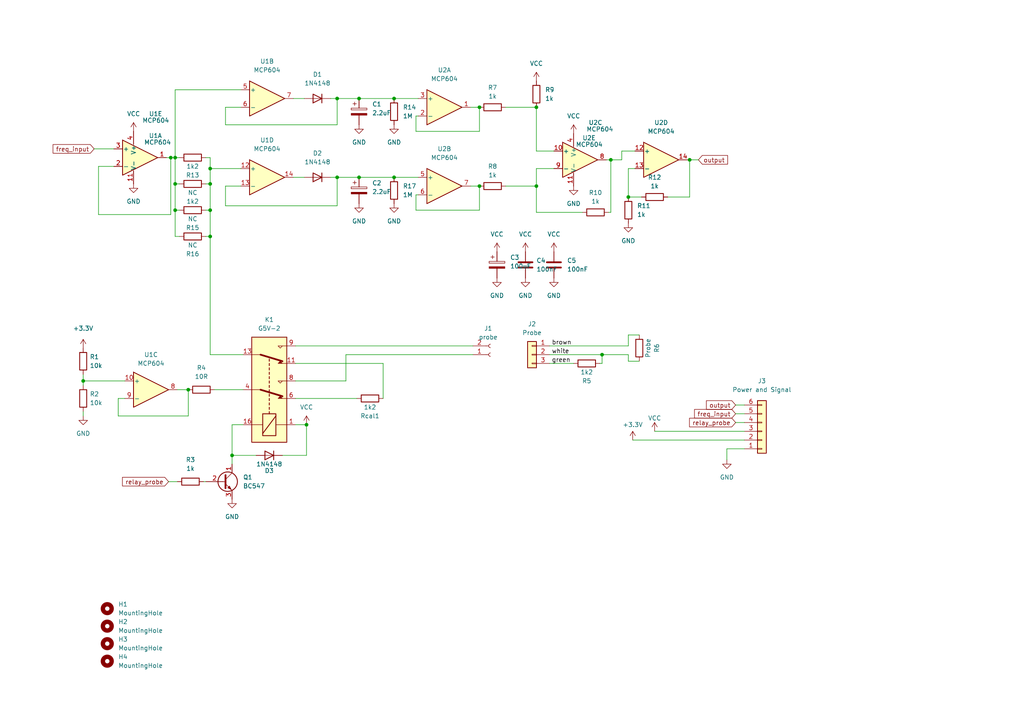
<source format=kicad_sch>
(kicad_sch (version 20211123) (generator eeschema)
  (paper "A4")
  (lib_symbols
    (symbol "Amplifier_Operational:MCP604" (pin_names (offset 0.127))
      (property "Reference" "U" (at 0 5.08 0))
      (property "Value" "MCP604" (at 0 -5.08 0))
      (symbol "MCP604_1_1"
        (polyline (pts (xy -5.08 5.08) (xy 5.08 0) (xy -5.08 -5.08) (xy -5.08 5.08)) (stroke (width 0.254)) (fill (type background)))
        (pin output line (at 7.62 0 180) (length 2.54) (name "~") (number "1"))
        (pin input line (at -7.62 -2.54 0) (length 2.54) (name "-") (number "2"))
        (pin input line (at -7.62 2.54 0) (length 2.54) (name "+") (number "3"))
      )
      (symbol "MCP604_2_1"
        (polyline (pts (xy -5.08 5.08) (xy 5.08 0) (xy -5.08 -5.08) (xy -5.08 5.08)) (stroke (width 0.254)) (fill (type background)))
        (pin input line (at -7.62 2.54 0) (length 2.54) (name "+") (number "5"))
        (pin input line (at -7.62 -2.54 0) (length 2.54) (name "-") (number "6"))
        (pin output line (at 7.62 0 180) (length 2.54) (name "~") (number "7"))
      )
      (symbol "MCP604_3_1"
        (polyline (pts (xy -5.08 5.08) (xy 5.08 0) (xy -5.08 -5.08) (xy -5.08 5.08)) (stroke (width 0.254)) (fill (type background)))
        (pin input line (at -7.62 2.54 0) (length 2.54) (name "+") (number "10"))
        (pin output line (at 7.62 0 180) (length 2.54) (name "~") (number "8"))
        (pin input line (at -7.62 -2.54 0) (length 2.54) (name "-") (number "9"))
      )
      (symbol "MCP604_4_1"
        (polyline (pts (xy -5.08 5.08) (xy 5.08 0) (xy -5.08 -5.08) (xy -5.08 5.08)) (stroke (width 0.254)) (fill (type background)))
        (pin input line (at -7.62 2.54 0) (length 2.54) (name "+") (number "12"))
        (pin input line (at -7.62 -2.54 0) (length 2.54) (name "-") (number "13"))
        (pin output line (at 7.62 0 180) (length 2.54) (name "~") (number "14"))
      )
      (symbol "MCP604_5_1"
        (pin power_in line (at -2.54 -7.62 90) (length 3.81) (name "V-") (number "11"))
        (pin power_in line (at -2.54 7.62 270) (length 3.81) (name "V+") (number "4"))
      )
    )
    (symbol "Connector:Conn_01x02_Female" (pin_names (offset 1.016) hide)
      (property "Reference" "J" (at 0 2.54 0))
      (property "Value" "Conn_01x02_Female" (at 0 -5.08 0))
      (symbol "Conn_01x02_Female_1_1"
        (arc (start 0 -2.032) (mid -0.508 -2.54) (end 0 -3.048) (stroke (width 0.1524)))
        (polyline (pts (xy -1.27 -2.54) (xy -0.508 -2.54)) (stroke (width 0.1524)))
        (polyline (pts (xy -1.27 0) (xy -0.508 0)) (stroke (width 0.1524)))
        (arc (start 0 0.508) (mid -0.508 0) (end 0 -0.508) (stroke (width 0.1524)))
        (pin passive line (at -5.08 0 0) (length 3.81) (name "Pin_1") (number "1"))
        (pin passive line (at -5.08 -2.54 0) (length 3.81) (name "Pin_2") (number "2"))
      )
    )
    (symbol "Connector_Generic:Conn_01x03" (pin_names (offset 1.016) hide)
      (property "Reference" "J" (at 0 5.08 0))
      (property "Value" "Conn_01x03" (at 0 -5.08 0))
      (symbol "Conn_01x03_1_1"
        (rectangle (start -1.27 -2.413) (end 0 -2.667) (stroke (width 0.1524)))
        (rectangle (start -1.27 0.127) (end 0 -0.127) (stroke (width 0.1524)))
        (rectangle (start -1.27 2.667) (end 0 2.413) (stroke (width 0.1524)))
        (rectangle (start -1.27 3.81) (end 1.27 -3.81) (stroke (width 0.254)) (fill (type background)))
        (pin passive line (at -5.08 2.54 0) (length 3.81) (name "Pin_1") (number "1"))
        (pin passive line (at -5.08 0 0) (length 3.81) (name "Pin_2") (number "2"))
        (pin passive line (at -5.08 -2.54 0) (length 3.81) (name "Pin_3") (number "3"))
      )
    )
    (symbol "Connector_Generic:Conn_01x06" (pin_names (offset 1.016) hide)
      (property "Reference" "J" (at 0 7.62 0))
      (property "Value" "Conn_01x06" (at 0 -10.16 0))
      (symbol "Conn_01x06_1_1"
        (rectangle (start -1.27 -7.493) (end 0 -7.747) (stroke (width 0.1524)))
        (rectangle (start -1.27 -4.953) (end 0 -5.207) (stroke (width 0.1524)))
        (rectangle (start -1.27 -2.413) (end 0 -2.667) (stroke (width 0.1524)))
        (rectangle (start -1.27 0.127) (end 0 -0.127) (stroke (width 0.1524)))
        (rectangle (start -1.27 2.667) (end 0 2.413) (stroke (width 0.1524)))
        (rectangle (start -1.27 5.207) (end 0 4.953) (stroke (width 0.1524)))
        (rectangle (start -1.27 6.35) (end 1.27 -8.89) (stroke (width 0.254)) (fill (type background)))
        (pin passive line (at -5.08 5.08 0) (length 3.81) (name "Pin_1") (number "1"))
        (pin passive line (at -5.08 2.54 0) (length 3.81) (name "Pin_2") (number "2"))
        (pin passive line (at -5.08 0 0) (length 3.81) (name "Pin_3") (number "3"))
        (pin passive line (at -5.08 -2.54 0) (length 3.81) (name "Pin_4") (number "4"))
        (pin passive line (at -5.08 -5.08 0) (length 3.81) (name "Pin_5") (number "5"))
        (pin passive line (at -5.08 -7.62 0) (length 3.81) (name "Pin_6") (number "6"))
      )
    )
    (symbol "Device:C" (pin_numbers hide) (pin_names (offset 0.254))
      (property "Reference" "C" (at 0.635 2.54 0))
      (property "Value" "C" (at 0.635 -2.54 0))
      (symbol "C_0_1"
        (polyline (pts (xy -2.032 -0.762) (xy 2.032 -0.762)) (stroke (width 0.508)))
        (polyline (pts (xy -2.032 0.762) (xy 2.032 0.762)) (stroke (width 0.508)))
      )
      (symbol "C_1_1"
        (pin passive line (at 0 3.81 270) (length 2.794) (name "~") (number "1"))
        (pin passive line (at 0 -3.81 90) (length 2.794) (name "~") (number "2"))
      )
    )
    (symbol "Device:C_Polarized" (pin_numbers hide) (pin_names (offset 0.254))
      (property "Reference" "C" (at 0.635 2.54 0))
      (property "Value" "C_Polarized" (at 0.635 -2.54 0))
      (symbol "C_Polarized_0_1"
        (rectangle (start -2.286 0.508) (end 2.286 1.016))
        (polyline (pts (xy -1.778 2.286) (xy -0.762 2.286)))
        (polyline (pts (xy -1.27 2.794) (xy -1.27 1.778)))
        (rectangle (start 2.286 -0.508) (end -2.286 -1.016) (fill (type outline)))
      )
      (symbol "C_Polarized_1_1"
        (pin passive line (at 0 3.81 270) (length 2.794) (name "~") (number "1"))
        (pin passive line (at 0 -3.81 90) (length 2.794) (name "~") (number "2"))
      )
    )
    (symbol "Device:R" (pin_numbers hide) (pin_names (offset 0))
      (property "Reference" "R" (at 2.032 0 90))
      (property "Value" "R" (at 0 0 90))
      (symbol "R_0_1"
        (rectangle (start -1.016 -2.54) (end 1.016 2.54) (stroke (width 0.254)))
      )
      (symbol "R_1_1"
        (pin passive line (at 0 3.81 270) (length 1.27) (name "~") (number "1"))
        (pin passive line (at 0 -3.81 90) (length 1.27) (name "~") (number "2"))
      )
    )
    (symbol "Diode:1N4148" (pin_numbers hide) (pin_names hide)
      (property "Reference" "D" (at 0 2.54 0))
      (property "Value" "1N4148" (at 0 -2.54 0))
      (symbol "1N4148_0_1"
        (polyline (pts (xy -1.27 1.27) (xy -1.27 -1.27)) (stroke (width 0.254)))
        (polyline (pts (xy 1.27 0) (xy -1.27 0)))
        (polyline (pts (xy 1.27 1.27) (xy 1.27 -1.27) (xy -1.27 0) (xy 1.27 1.27)) (stroke (width 0.254)))
      )
      (symbol "1N4148_1_1"
        (pin passive line (at -3.81 0 0) (length 2.54) (name "K") (number "1"))
        (pin passive line (at 3.81 0 180) (length 2.54) (name "A") (number "2"))
      )
    )
    (symbol "Mechanical:MountingHole" (pin_names (offset 1.016))
      (property "Reference" "H" (at 0 5.08 0))
      (property "Value" "MountingHole" (at 0 3.175 0))
      (symbol "MountingHole_0_1"
        (circle (center 0 0) (radius 1.27) (stroke (width 1.27)))
      )
    )
    (symbol "Relay:G5V-2"
      (property "Reference" "K" (at 16.51 3.81 0))
      (property "Value" "G5V-2" (at 16.51 1.27 0))
      (symbol "G5V-2_0_1"
        (rectangle (start -15.24 5.08) (end 15.24 -5.08) (stroke (width 0.254)) (fill (type background)))
        (rectangle (start -13.335 1.905) (end -6.985 -1.905) (stroke (width 0.254)))
        (polyline (pts (xy -12.7 -1.905) (xy -7.62 1.905)) (stroke (width 0.254)))
        (polyline (pts (xy -10.16 -5.08) (xy -10.16 -1.905)))
        (polyline (pts (xy -10.16 5.08) (xy -10.16 1.905)))
        (polyline (pts (xy -6.985 0) (xy -6.35 0)) (stroke (width 0.254)))
        (polyline (pts (xy -5.715 0) (xy -5.08 0)) (stroke (width 0.254)))
        (polyline (pts (xy -4.445 0) (xy -3.81 0)) (stroke (width 0.254)))
        (polyline (pts (xy -3.175 0) (xy -2.54 0)) (stroke (width 0.254)))
        (polyline (pts (xy -1.905 0) (xy -1.27 0)) (stroke (width 0.254)))
        (polyline (pts (xy -0.635 0) (xy 0 0)) (stroke (width 0.254)))
        (polyline (pts (xy 0 -2.54) (xy -1.905 3.81)) (stroke (width 0.508)))
        (polyline (pts (xy 0 -2.54) (xy 0 -5.08)))
        (polyline (pts (xy 0.635 0) (xy 1.27 0)) (stroke (width 0.254)))
        (polyline (pts (xy 1.905 0) (xy 2.54 0)) (stroke (width 0.254)))
        (polyline (pts (xy 3.175 0) (xy 3.81 0)) (stroke (width 0.254)))
        (polyline (pts (xy 4.445 0) (xy 5.08 0)) (stroke (width 0.254)))
        (polyline (pts (xy 5.715 0) (xy 6.35 0)) (stroke (width 0.254)))
        (polyline (pts (xy 6.985 0) (xy 7.62 0)) (stroke (width 0.254)))
        (polyline (pts (xy 8.255 0) (xy 8.89 0)) (stroke (width 0.254)))
        (polyline (pts (xy 10.16 -2.54) (xy 8.255 3.81)) (stroke (width 0.508)))
        (polyline (pts (xy 10.16 -2.54) (xy 10.16 -5.08)))
        (polyline (pts (xy -2.54 5.08) (xy -2.54 2.54) (xy -1.905 3.175) (xy -2.54 3.81)) (fill (type outline)))
        (polyline (pts (xy 2.54 5.08) (xy 2.54 2.54) (xy 1.905 3.175) (xy 2.54 3.81)))
        (polyline (pts (xy 7.62 5.08) (xy 7.62 2.54) (xy 8.255 3.175) (xy 7.62 3.81)) (fill (type outline)))
        (polyline (pts (xy 12.7 5.08) (xy 12.7 2.54) (xy 12.065 3.175) (xy 12.7 3.81)))
      )
      (symbol "G5V-2_1_1"
        (pin passive line (at -10.16 7.62 270) (length 2.54) (name "~") (number "1"))
        (pin passive line (at 7.62 7.62 270) (length 2.54) (name "~") (number "11"))
        (pin passive line (at 10.16 -7.62 90) (length 2.54) (name "~") (number "13"))
        (pin passive line (at -10.16 -7.62 90) (length 2.54) (name "~") (number "16"))
        (pin passive line (at 0 -7.62 90) (length 2.54) (name "~") (number "4"))
        (pin passive line (at -2.54 7.62 270) (length 2.54) (name "~") (number "6"))
        (pin passive line (at 2.54 7.62 270) (length 2.54) (name "~") (number "8"))
        (pin passive line (at 12.7 7.62 270) (length 2.54) (name "~") (number "9"))
      )
    )
    (symbol "Transistor_BJT:BC547" (pin_names (offset 0) hide)
      (property "Reference" "Q" (at 5.08 1.905 0))
      (property "Value" "BC547" (at 5.08 0 0))
      (symbol "BC547_0_1"
        (polyline (pts (xy 0 0) (xy 0.635 0)))
        (polyline (pts (xy 0.635 0.635) (xy 2.54 2.54)))
        (polyline (pts (xy 0.635 -0.635) (xy 2.54 -2.54) (xy 2.54 -2.54)))
        (polyline (pts (xy 0.635 1.905) (xy 0.635 -1.905) (xy 0.635 -1.905)) (stroke (width 0.508)))
        (polyline (pts (xy 1.27 -1.778) (xy 1.778 -1.27) (xy 2.286 -2.286) (xy 1.27 -1.778) (xy 1.27 -1.778)) (fill (type outline)))
        (circle (center 1.27 0) (radius 2.8194) (stroke (width 0.254)))
      )
      (symbol "BC547_1_1"
        (pin passive line (at 2.54 5.08 270) (length 2.54) (name "C") (number "1"))
        (pin input line (at -5.08 0 0) (length 5.08) (name "B") (number "2"))
        (pin passive line (at 2.54 -5.08 90) (length 2.54) (name "E") (number "3"))
      )
    )
    (symbol "power:+3.3V" (power) (pin_names (offset 0))
      (property "Value" "+3.3V" (at 0 3.556 0))
      (symbol "+3.3V_0_1"
        (polyline (pts (xy -0.762 1.27) (xy 0 2.54)))
        (polyline (pts (xy 0 0) (xy 0 2.54)))
        (polyline (pts (xy 0 2.54) (xy 0.762 1.27)))
      )
      (symbol "+3.3V_1_1"
        (pin power_in line (at 0 0 90) (length 0) hide (name "+3.3V") (number "1"))
      )
    )
    (symbol "power:GND" (power) (pin_names (offset 0))
      (property "Value" "GND" (at 0 -3.81 0))
      (symbol "GND_0_1"
        (polyline (pts (xy 0 0) (xy 0 -1.27) (xy 1.27 -1.27) (xy 0 -2.54) (xy -1.27 -1.27) (xy 0 -1.27)))
      )
      (symbol "GND_1_1"
        (pin power_in line (at 0 0 270) (length 0) hide (name "GND") (number "1"))
      )
    )
    (symbol "power:VCC" (power) (pin_names (offset 0))
      (property "Value" "VCC" (at 0 3.81 0))
      (symbol "VCC_0_1"
        (polyline (pts (xy -0.762 1.27) (xy 0 2.54)))
        (polyline (pts (xy 0 0) (xy 0 2.54)))
        (polyline (pts (xy 0 2.54) (xy 0.762 1.27)))
      )
      (symbol "VCC_1_1"
        (pin power_in line (at 0 0 90) (length 0) hide (name "VCC") (number "1"))
      )
    )
  )
  (junction (at 155.575 31.115))
  (junction (at 182.245 57.15))
  (junction (at 67.31 132.08))
  (junction (at 50.8 45.72))
  (junction (at 50.8 53.34))
  (junction (at 97.79 51.435))
  (junction (at 177.165 46.355))
  (junction (at 174.625 102.87))
  (junction (at 60.96 48.895))
  (junction (at 60.96 53.34))
  (junction (at 139.065 53.975))
  (junction (at 60.96 60.96))
  (junction (at 50.8 60.96))
  (junction (at 49.53 45.72))
  (junction (at 24.13 110.49))
  (junction (at 114.3 51.435))
  (junction (at 54.61 113.03))
  (junction (at 104.14 51.435))
  (junction (at 97.79 28.575))
  (junction (at 88.9 123.19))
  (junction (at 200.025 46.355))
  (junction (at 155.575 53.975))
  (junction (at 139.065 31.115))
  (junction (at 104.14 28.575))
  (junction (at 114.3 28.575))
  (junction (at 60.96 68.58))
  (wire (pts (xy 70.485 102.87) (xy 60.96 102.87)))
  (wire (pts (xy 174.625 105.41) (xy 173.99 105.41)))
  (wire (pts (xy 50.8 53.34) (xy 50.8 45.72)))
  (wire (pts (xy 100.33 102.87) (xy 100.33 110.49)))
  (wire (pts (xy 139.065 38.1) (xy 120.65 38.1)))
  (wire (pts (xy 180.34 43.815) (xy 184.15 43.815)))
  (wire (pts (xy 200.025 46.355) (xy 199.39 46.355)))
  (wire (pts (xy 168.91 61.595) (xy 155.575 61.595)))
  (wire (pts (xy 177.165 46.355) (xy 175.895 46.355)))
  (wire (pts (xy 34.29 120.65) (xy 34.29 115.57)))
  (wire (pts (xy 120.65 60.96) (xy 120.65 56.515)))
  (wire (pts (xy 67.31 123.19) (xy 70.485 123.19)))
  (wire (pts (xy 88.9 123.19) (xy 88.9 132.08)))
  (wire (pts (xy 97.79 36.195) (xy 97.79 28.575)))
  (wire (pts (xy 114.3 51.435) (xy 121.285 51.435)))
  (wire (pts (xy 189.865 125.095) (xy 215.9 125.095)))
  (wire (pts (xy 146.685 31.115) (xy 155.575 31.115)))
  (wire (pts (xy 177.165 46.355) (xy 180.34 46.355)))
  (wire (pts (xy 50.8 26.035) (xy 69.85 26.035)))
  (wire (pts (xy 180.34 46.355) (xy 180.34 43.815)))
  (wire (pts (xy 120.65 33.655) (xy 121.285 33.655)))
  (wire (pts (xy 59.69 53.34) (xy 60.96 53.34)))
  (wire (pts (xy 139.065 31.115) (xy 139.065 38.1)))
  (wire (pts (xy 48.26 45.72) (xy 49.53 45.72)))
  (wire (pts (xy 85.09 51.435) (xy 88.265 51.435)))
  (wire (pts (xy 182.245 48.895) (xy 182.245 57.15)))
  (wire (pts (xy 182.245 104.775) (xy 185.42 104.775)))
  (wire (pts (xy 49.53 62.23) (xy 28.575 62.23)))
  (wire (pts (xy 159.385 105.41) (xy 166.37 105.41)))
  (wire (pts (xy 174.625 102.87) (xy 174.625 105.41)))
  (wire (pts (xy 155.575 48.895) (xy 160.655 48.895)))
  (wire (pts (xy 146.685 53.975) (xy 155.575 53.975)))
  (wire (pts (xy 50.8 68.58) (xy 50.8 60.96)))
  (wire (pts (xy 97.79 51.435) (xy 104.14 51.435)))
  (wire (pts (xy 34.29 115.57) (xy 36.195 115.57)))
  (wire (pts (xy 215.9 130.175) (xy 210.82 130.175)))
  (wire (pts (xy 48.895 139.7) (xy 51.435 139.7)))
  (wire (pts (xy 54.61 113.03) (xy 54.61 120.65)))
  (wire (pts (xy 60.96 60.96) (xy 60.96 68.58)))
  (wire (pts (xy 59.69 68.58) (xy 60.96 68.58)))
  (wire (pts (xy 182.245 57.15) (xy 186.055 57.15)))
  (wire (pts (xy 85.725 100.33) (xy 137.16 100.33)))
  (wire (pts (xy 97.79 59.69) (xy 65.405 59.69)))
  (wire (pts (xy 97.79 28.575) (xy 95.885 28.575)))
  (wire (pts (xy 85.09 28.575) (xy 88.265 28.575)))
  (wire (pts (xy 28.575 62.23) (xy 28.575 48.26)))
  (wire (pts (xy 49.53 45.72) (xy 49.53 62.23)))
  (wire (pts (xy 28.575 48.26) (xy 33.02 48.26)))
  (wire (pts (xy 120.65 38.1) (xy 120.65 33.655)))
  (wire (pts (xy 139.065 60.96) (xy 120.65 60.96)))
  (wire (pts (xy 60.96 53.34) (xy 60.96 60.96)))
  (wire (pts (xy 59.69 60.96) (xy 60.96 60.96)))
  (wire (pts (xy 50.8 45.72) (xy 52.07 45.72)))
  (wire (pts (xy 65.405 31.115) (xy 65.405 36.195)))
  (wire (pts (xy 182.245 97.155) (xy 182.245 100.33)))
  (wire (pts (xy 97.79 28.575) (xy 104.14 28.575)))
  (wire (pts (xy 65.405 59.69) (xy 65.405 53.975)))
  (wire (pts (xy 69.85 48.895) (xy 60.96 48.895)))
  (wire (pts (xy 174.625 102.87) (xy 182.245 102.87)))
  (wire (pts (xy 182.245 102.87) (xy 182.245 104.775)))
  (wire (pts (xy 24.13 110.49) (xy 36.195 110.49)))
  (wire (pts (xy 159.385 100.33) (xy 182.245 100.33)))
  (wire (pts (xy 213.36 120.015) (xy 215.9 120.015)))
  (wire (pts (xy 62.23 113.03) (xy 70.485 113.03)))
  (wire (pts (xy 67.31 132.08) (xy 74.295 132.08)))
  (wire (pts (xy 52.07 53.34) (xy 50.8 53.34)))
  (wire (pts (xy 184.15 48.895) (xy 182.245 48.895)))
  (wire (pts (xy 50.8 60.96) (xy 50.8 53.34)))
  (wire (pts (xy 88.9 132.08) (xy 81.915 132.08)))
  (wire (pts (xy 210.82 130.175) (xy 210.82 133.35)))
  (wire (pts (xy 213.36 122.555) (xy 215.9 122.555)))
  (wire (pts (xy 59.055 139.7) (xy 59.69 139.7)))
  (wire (pts (xy 69.85 31.115) (xy 65.405 31.115)))
  (wire (pts (xy 213.36 117.475) (xy 215.9 117.475)))
  (wire (pts (xy 24.13 110.49) (xy 24.13 111.76)))
  (wire (pts (xy 60.96 48.895) (xy 60.96 53.34)))
  (wire (pts (xy 136.525 53.975) (xy 139.065 53.975)))
  (wire (pts (xy 177.165 61.595) (xy 177.165 46.355)))
  (wire (pts (xy 65.405 53.975) (xy 69.85 53.975)))
  (wire (pts (xy 59.69 45.72) (xy 60.96 45.72)))
  (wire (pts (xy 155.575 61.595) (xy 155.575 53.975)))
  (wire (pts (xy 200.025 46.355) (xy 202.565 46.355)))
  (wire (pts (xy 50.8 45.72) (xy 50.8 26.035)))
  (wire (pts (xy 139.065 53.975) (xy 139.065 60.96)))
  (wire (pts (xy 67.31 132.08) (xy 67.31 123.19)))
  (wire (pts (xy 49.53 45.72) (xy 50.8 45.72)))
  (wire (pts (xy 185.42 97.155) (xy 182.245 97.155)))
  (wire (pts (xy 24.13 108.585) (xy 24.13 110.49)))
  (wire (pts (xy 60.96 45.72) (xy 60.96 48.895)))
  (wire (pts (xy 54.61 120.65) (xy 34.29 120.65)))
  (wire (pts (xy 85.725 123.19) (xy 88.9 123.19)))
  (wire (pts (xy 159.385 102.87) (xy 174.625 102.87)))
  (wire (pts (xy 97.79 51.435) (xy 97.79 59.69)))
  (wire (pts (xy 111.125 105.41) (xy 111.125 115.57)))
  (wire (pts (xy 120.65 56.515) (xy 121.285 56.515)))
  (wire (pts (xy 52.07 60.96) (xy 50.8 60.96)))
  (wire (pts (xy 24.13 119.38) (xy 24.13 120.65)))
  (wire (pts (xy 193.675 57.15) (xy 200.025 57.15)))
  (wire (pts (xy 137.16 102.87) (xy 100.33 102.87)))
  (wire (pts (xy 95.885 51.435) (xy 97.79 51.435)))
  (wire (pts (xy 100.33 110.49) (xy 85.725 110.49)))
  (wire (pts (xy 155.575 43.815) (xy 160.655 43.815)))
  (wire (pts (xy 183.515 127.635) (xy 215.9 127.635)))
  (wire (pts (xy 155.575 31.115) (xy 155.575 43.815)))
  (wire (pts (xy 85.725 105.41) (xy 111.125 105.41)))
  (wire (pts (xy 52.07 68.58) (xy 50.8 68.58)))
  (wire (pts (xy 155.575 53.975) (xy 155.575 48.895)))
  (wire (pts (xy 60.96 68.58) (xy 60.96 102.87)))
  (wire (pts (xy 114.3 28.575) (xy 121.285 28.575)))
  (wire (pts (xy 104.14 51.435) (xy 114.3 51.435)))
  (wire (pts (xy 103.505 115.57) (xy 85.725 115.57)))
  (wire (pts (xy 200.025 57.15) (xy 200.025 46.355)))
  (wire (pts (xy 176.53 61.595) (xy 177.165 61.595)))
  (wire (pts (xy 136.525 31.115) (xy 139.065 31.115)))
  (wire (pts (xy 51.435 113.03) (xy 54.61 113.03)))
  (wire (pts (xy 65.405 36.195) (xy 97.79 36.195)))
  (wire (pts (xy 67.31 134.62) (xy 67.31 132.08)))
  (wire (pts (xy 27.305 43.18) (xy 33.02 43.18)))
  (wire (pts (xy 104.14 28.575) (xy 114.3 28.575)))
  (label "green" (at 160.02 105.41 0))
  (label "brown" (at 160.02 100.33 0))
  (label "white" (at 160.02 102.87 0))
  (global_label "freq_input" (shape input) (at 27.305 43.18 180) (property "Intersheet References" "${INTERSHEET_REFS}" (effects hide)))
  (global_label "output" (shape input) (at 213.36 117.475 180) (property "Intersheet References" "${INTERSHEET_REFS}" (effects hide)))
  (global_label "relay_probe" (shape input) (at 48.895 139.7 180) (property "Intersheet References" "${INTERSHEET_REFS}" (effects hide)))
  (global_label "relay_probe" (shape input) (at 213.36 122.555 180) (property "Intersheet References" "${INTERSHEET_REFS}" (effects hide)))
  (global_label "output" (shape input) (at 202.565 46.355 0) (property "Intersheet References" "${INTERSHEET_REFS}" (effects hide)))
  (global_label "freq_input" (shape input) (at 213.36 120.015 180) (property "Intersheet References" "${INTERSHEET_REFS}" (effects hide)))
  (symbol (lib_id "Amplifier_Operational:MCP604") (at 43.815 113.03 0) (unit 3)
    (property "Reference" "U1" (at 43.815 102.87 0))
    (property "Value" "MCP604" (at 43.815 105.41 0))
    (property "Footprint" "Package_DIP:DIP-14_W7.62mm_Socket_LongPads" (effects hide))
    (property "Datasheet" "http://ww1.microchip.com/downloads/en/DeviceDoc/21314g.pdf" (effects hide))
  )
  (symbol (lib_id "power:VCC") (at 144.145 73.025 0) (unit 1)
    (property "Reference" "#PWR013" (effects hide))
    (property "Value" "VCC" (at 144.145 67.945 0))
  )
  (symbol (lib_id "power:GND") (at 24.13 120.65 0) (unit 1)
    (property "Reference" "#PWR02" (effects hide))
    (property "Value" "GND" (at 24.13 125.73 0))
  )
  (symbol (lib_id "power:GND") (at 114.3 59.055 0) (unit 1)
    (property "Reference" "#PWR0102" (effects hide))
    (property "Value" "GND" (at 114.3 64.135 0))
  )
  (symbol (lib_id "Device:C_Polarized") (at 104.14 32.385 0) (unit 1)
    (property "Reference" "C1" (at 107.95 30.2259 0) (effects (justify left)))
    (property "Value" "2.2uF" (at 107.95 32.7659 0) (effects (justify left)))
    (property "Footprint" "Capacitor_THT:CP_Radial_D5.0mm_P2.50mm" (effects hide))
  )
  (symbol (lib_id "Amplifier_Operational:MCP604") (at 77.47 51.435 0) (unit 4)
    (property "Reference" "U1" (at 77.47 40.64 0))
    (property "Value" "MCP604" (at 77.47 43.18 0))
    (property "Footprint" "Package_DIP:DIP-14_W7.62mm_Socket_LongPads" (effects hide))
    (property "Datasheet" "http://ww1.microchip.com/downloads/en/DeviceDoc/21314g.pdf" (effects hide))
  )
  (symbol (lib_id "power:GND") (at 166.37 53.975 0) (unit 1)
    (property "Reference" "#PWR09" (effects hide))
    (property "Value" "GND" (at 166.37 59.055 0))
  )
  (symbol (lib_id "power:GND") (at 104.14 59.055 0) (unit 1)
    (property "Reference" "#PWR06" (effects hide))
    (property "Value" "GND" (at 104.14 64.135 0))
  )
  (symbol (lib_id "Diode:1N4148") (at 92.075 51.435 180) (unit 1)
    (property "Reference" "D2" (at 92.075 44.45 0))
    (property "Value" "1N4148" (at 92.075 46.99 0))
    (property "Footprint" "Diode_THT:D_DO-35_SOD27_P7.62mm_Horizontal" (effects hide))
    (property "Datasheet" "https://assets.nexperia.com/documents/data-sheet/1N4148_1N4448.pdf" (effects hide))
  )
  (symbol (lib_id "Mechanical:MountingHole") (at 31.115 181.61 0) (unit 1)
    (property "Reference" "H2" (at 34.29 180.3399 0) (effects (justify left)))
    (property "Value" "MountingHole" (at 34.29 182.8799 0) (effects (justify left)))
    (property "Footprint" "MountingHole:MountingHole_3.2mm_M3" (effects hide))
  )
  (symbol (lib_id "Device:R") (at 185.42 100.965 180) (unit 1) (in_bom no) (on_board no)
    (property "Reference" "R6" (at 190.5 100.965 90))
    (property "Value" "Probe" (at 187.96 100.965 90))
  )
  (symbol (lib_id "power:VCC") (at 155.575 23.495 0) (unit 1)
    (property "Reference" "#PWR07" (effects hide))
    (property "Value" "VCC" (at 155.575 18.415 0))
  )
  (symbol (lib_id "Amplifier_Operational:MCP604") (at 168.275 46.355 0) (unit 3)
    (property "Reference" "U2" (at 172.72 35.56 0))
    (property "Value" "MCP604" (at 173.99 37.465 0))
    (property "Footprint" "Package_DIP:DIP-14_W7.62mm_Socket_LongPads" (effects hide))
    (property "Datasheet" "http://ww1.microchip.com/downloads/en/DeviceDoc/21314g.pdf" (effects hide))
  )
  (symbol (lib_id "Device:R") (at 55.245 139.7 90) (unit 1)
    (property "Reference" "R3" (at 55.245 133.35 90))
    (property "Value" "1k" (at 55.245 135.89 90))
    (property "Footprint" "Resistor_THT:R_Axial_DIN0207_L6.3mm_D2.5mm_P10.16mm_Horizontal" (effects hide))
  )
  (symbol (lib_id "Device:R") (at 107.315 115.57 90) (unit 1)
    (property "Reference" "Rcal1" (at 107.315 120.65 90))
    (property "Value" "1k2" (at 107.315 118.11 90))
    (property "Footprint" "Resistor_THT:R_Axial_DIN0207_L6.3mm_D2.5mm_P10.16mm_Horizontal" (effects hide))
  )
  (symbol (lib_id "Device:R") (at 142.875 53.975 90) (unit 1)
    (property "Reference" "R8" (at 142.875 48.26 90))
    (property "Value" "1k" (at 142.875 50.8 90))
    (property "Footprint" "Resistor_THT:R_Axial_DIN0207_L6.3mm_D2.5mm_P10.16mm_Horizontal" (effects hide))
  )
  (symbol (lib_id "Amplifier_Operational:MCP604") (at 40.64 45.72 0) (unit 1)
    (property "Reference" "U1" (at 45.085 39.37 0))
    (property "Value" "MCP604" (at 45.72 41.275 0))
    (property "Footprint" "Package_DIP:DIP-14_W7.62mm_Socket_LongPads" (effects hide))
    (property "Datasheet" "http://ww1.microchip.com/downloads/en/DeviceDoc/21314g.pdf" (effects hide))
  )
  (symbol (lib_id "Connector:Conn_01x02_Female") (at 142.24 102.87 0) (mirror x) (unit 1)
    (property "Reference" "J1" (at 141.605 95.25 0))
    (property "Value" "probe" (at 141.605 97.79 0))
    (property "Footprint" "TerminalBlock:TerminalBlock_bornier-2_P5.08mm" (effects hide))
  )
  (symbol (lib_id "power:+3.3V") (at 24.13 100.965 0) (unit 1)
    (property "Reference" "#PWR01" (effects hide))
    (property "Value" "+3.3V" (at 24.13 95.25 0))
  )
  (symbol (lib_id "power:GND") (at 160.655 80.645 0) (unit 1)
    (property "Reference" "#PWR018" (effects hide))
    (property "Value" "GND" (at 160.655 85.725 0))
  )
  (symbol (lib_id "Connector_Generic:Conn_01x03") (at 154.305 102.87 0) (mirror y) (unit 1) (in_bom no) (on_board no)
    (property "Reference" "J2" (at 154.305 93.98 0))
    (property "Value" "Probe" (at 154.305 96.52 0))
  )
  (symbol (lib_id "Device:C") (at 160.655 76.835 0) (unit 1)
    (property "Reference" "C5" (at 164.465 75.5649 0) (effects (justify left)))
    (property "Value" "100nF" (at 164.465 78.1049 0) (effects (justify left)))
    (property "Footprint" "Capacitor_THT:C_Disc_D3.0mm_W2.0mm_P2.50mm" (effects hide))
  )
  (symbol (lib_id "Diode:1N4148") (at 92.075 28.575 180) (unit 1)
    (property "Reference" "D1" (at 92.075 21.59 0))
    (property "Value" "1N4148" (at 92.075 24.13 0))
    (property "Footprint" "Diode_THT:D_DO-35_SOD27_P7.62mm_Horizontal" (effects hide))
    (property "Datasheet" "https://assets.nexperia.com/documents/data-sheet/1N4148_1N4448.pdf" (effects hide))
  )
  (symbol (lib_id "power:VCC") (at 38.735 38.1 0) (unit 1)
    (property "Reference" "#PWR03" (effects hide))
    (property "Value" "VCC" (at 38.735 33.02 0))
  )
  (symbol (lib_id "Transistor_BJT:BC547") (at 64.77 139.7 0) (unit 1)
    (property "Reference" "Q1" (at 70.485 138.4299 0) (effects (justify left)))
    (property "Value" "BC547" (at 70.485 140.9699 0) (effects (justify left)))
    (property "Footprint" "Package_TO_SOT_THT:TO-92_HandSolder" (effects hide))
    (property "Datasheet" "https://www.onsemi.com/pub/Collateral/BC550-D.pdf" (effects hide))
  )
  (symbol (lib_id "power:VCC") (at 166.37 38.735 0) (unit 1)
    (property "Reference" "#PWR08" (effects hide))
    (property "Value" "VCC" (at 166.37 33.655 0))
  )
  (symbol (lib_id "Relay:G5V-2") (at 78.105 113.03 270) (mirror x) (unit 1)
    (property "Reference" "K1" (at 78.105 92.71 90))
    (property "Value" "G5V-2" (at 78.105 95.25 90))
    (property "Footprint" "Relay_THT:Relay_DPDT_Omron_G5V-2" (effects hide))
    (property "Datasheet" "http://omronfs.omron.com/en_US/ecb/products/pdf/en-g5v_2.pdf" (effects hide))
  )
  (symbol (lib_id "Mechanical:MountingHole") (at 31.115 191.77 0) (unit 1)
    (property "Reference" "H4" (at 34.29 190.4999 0) (effects (justify left)))
    (property "Value" "MountingHole" (at 34.29 193.0399 0) (effects (justify left)))
    (property "Footprint" "MountingHole:MountingHole_3.2mm_M3" (effects hide))
  )
  (symbol (lib_id "power:+3.3V") (at 183.515 127.635 0) (unit 1)
    (property "Reference" "#PWR019" (effects hide))
    (property "Value" "+3.3V" (at 183.515 123.19 0))
  )
  (symbol (lib_id "Device:C") (at 152.4 76.835 0) (unit 1)
    (property "Reference" "C4" (at 155.575 75.5649 0) (effects (justify left)))
    (property "Value" "100nF" (at 155.575 78.1049 0) (effects (justify left)))
    (property "Footprint" "Capacitor_THT:C_Disc_D3.0mm_W2.0mm_P2.50mm" (effects hide))
  )
  (symbol (lib_id "Device:R") (at 189.865 57.15 90) (unit 1)
    (property "Reference" "R12" (at 189.865 51.435 90))
    (property "Value" "1k" (at 189.865 53.975 90))
    (property "Footprint" "Resistor_THT:R_Axial_DIN0207_L6.3mm_D2.5mm_P2.54mm_Vertical" (effects hide))
  )
  (symbol (lib_id "power:GND") (at 210.82 133.35 0) (unit 1)
    (property "Reference" "#PWR021" (effects hide))
    (property "Value" "GND" (at 210.82 138.43 0))
  )
  (symbol (lib_id "power:GND") (at 114.3 36.195 0) (unit 1)
    (property "Reference" "#PWR0101" (effects hide))
    (property "Value" "GND" (at 114.3 41.275 0))
  )
  (symbol (lib_id "Amplifier_Operational:MCP604") (at 128.905 53.975 0) (unit 2)
    (property "Reference" "U2" (at 128.905 43.18 0))
    (property "Value" "MCP604" (at 128.905 45.72 0))
    (property "Footprint" "Package_DIP:DIP-14_W7.62mm_Socket_LongPads" (effects hide))
    (property "Datasheet" "http://ww1.microchip.com/downloads/en/DeviceDoc/21314g.pdf" (effects hide))
  )
  (symbol (lib_id "power:GND") (at 38.735 53.34 0) (unit 1)
    (property "Reference" "#PWR04" (effects hide))
    (property "Value" "GND" (at 38.735 58.42 0))
  )
  (symbol (lib_id "Diode:1N4148") (at 78.105 132.08 180) (unit 1)
    (property "Reference" "D3" (at 78.105 136.525 0))
    (property "Value" "1N4148" (at 78.105 134.62 0))
    (property "Footprint" "Diode_THT:D_DO-35_SOD27_P7.62mm_Horizontal" (effects hide))
    (property "Datasheet" "https://assets.nexperia.com/documents/data-sheet/1N4148_1N4448.pdf" (effects hide))
  )
  (symbol (lib_id "Device:R") (at 182.245 60.96 180) (unit 1)
    (property "Reference" "R11" (at 184.785 59.6899 0) (effects (justify right)))
    (property "Value" "1k" (at 184.785 62.2299 0) (effects (justify right)))
    (property "Footprint" "Resistor_THT:R_Axial_DIN0207_L6.3mm_D2.5mm_P10.16mm_Horizontal" (effects hide))
  )
  (symbol (lib_id "power:VCC") (at 189.865 125.095 0) (unit 1)
    (property "Reference" "#PWR020" (effects hide))
    (property "Value" "VCC" (at 189.865 121.285 0))
  )
  (symbol (lib_id "Device:R") (at 24.13 104.775 180) (unit 1)
    (property "Reference" "R1" (at 26.035 103.5049 0) (effects (justify right)))
    (property "Value" "10k" (at 26.035 106.0449 0) (effects (justify right)))
    (property "Footprint" "Resistor_THT:R_Axial_DIN0207_L6.3mm_D2.5mm_P10.16mm_Horizontal" (effects hide))
  )
  (symbol (lib_id "Device:C_Polarized") (at 144.145 76.835 0) (unit 1)
    (property "Reference" "C3" (at 147.955 74.6759 0) (effects (justify left)))
    (property "Value" "100uF" (at 147.955 77.2159 0) (effects (justify left)))
    (property "Footprint" "Capacitor_THT:CP_Radial_D10.0mm_P5.00mm" (effects hide))
  )
  (symbol (lib_id "Device:R") (at 55.88 53.34 90) (unit 1)
    (property "Reference" "1k2" (at 55.88 58.42 90))
    (property "Value" "NC" (at 55.88 55.88 90))
    (property "Footprint" "Resistor_THT:R_Axial_DIN0207_L6.3mm_D2.5mm_P10.16mm_Horizontal" (effects hide))
  )
  (symbol (lib_id "Device:R") (at 114.3 32.385 180) (unit 1)
    (property "Reference" "R14" (at 116.84 31.1149 0) (effects (justify right)))
    (property "Value" "1M" (at 116.84 33.6549 0) (effects (justify right)))
    (property "Footprint" "Resistor_THT:R_Axial_DIN0207_L6.3mm_D2.5mm_P2.54mm_Vertical" (effects hide))
  )
  (symbol (lib_id "Device:R") (at 55.88 45.72 90) (unit 1)
    (property "Reference" "R13" (at 55.88 50.8 90))
    (property "Value" "1k2" (at 55.88 48.26 90))
    (property "Footprint" "Resistor_THT:R_Axial_DIN0207_L6.3mm_D2.5mm_P10.16mm_Horizontal" (effects hide))
  )
  (symbol (lib_id "Device:R") (at 170.18 105.41 90) (unit 1) (in_bom no) (on_board no)
    (property "Reference" "R5" (at 170.18 110.49 90))
    (property "Value" "1k2" (at 170.18 107.95 90))
  )
  (symbol (lib_id "Device:R") (at 55.88 68.58 90) (unit 1)
    (property "Reference" "R16" (at 55.88 73.66 90))
    (property "Value" "NC" (at 55.88 71.12 90))
    (property "Footprint" "Resistor_THT:R_Axial_DIN0207_L6.3mm_D2.5mm_P10.16mm_Horizontal" (effects hide))
  )
  (symbol (lib_id "power:GND") (at 67.31 144.78 0) (unit 1)
    (property "Reference" "#PWR011" (effects hide))
    (property "Value" "GND" (at 67.31 149.86 0))
  )
  (symbol (lib_id "Device:R") (at 142.875 31.115 90) (unit 1)
    (property "Reference" "R7" (at 142.875 25.4 90))
    (property "Value" "1k" (at 142.875 27.94 90))
    (property "Footprint" "Resistor_THT:R_Axial_DIN0207_L6.3mm_D2.5mm_P10.16mm_Horizontal" (effects hide))
  )
  (symbol (lib_id "power:VCC") (at 152.4 73.025 0) (unit 1)
    (property "Reference" "#PWR015" (effects hide))
    (property "Value" "VCC" (at 152.4 67.945 0))
  )
  (symbol (lib_id "Mechanical:MountingHole") (at 31.115 186.69 0) (unit 1)
    (property "Reference" "H3" (at 34.29 185.4199 0) (effects (justify left)))
    (property "Value" "MountingHole" (at 34.29 187.9599 0) (effects (justify left)))
    (property "Footprint" "MountingHole:MountingHole_3.2mm_M3" (effects hide))
  )
  (symbol (lib_id "Device:R") (at 114.3 55.245 180) (unit 1)
    (property "Reference" "R17" (at 116.84 53.9749 0) (effects (justify right)))
    (property "Value" "1M" (at 116.84 56.5149 0) (effects (justify right)))
    (property "Footprint" "Resistor_THT:R_Axial_DIN0207_L6.3mm_D2.5mm_P2.54mm_Vertical" (effects hide))
  )
  (symbol (lib_id "Device:R") (at 55.88 60.96 90) (unit 1)
    (property "Reference" "R15" (at 55.88 66.04 90))
    (property "Value" "NC" (at 55.88 63.5 90))
    (property "Footprint" "Resistor_THT:R_Axial_DIN0207_L6.3mm_D2.5mm_P10.16mm_Horizontal" (effects hide))
  )
  (symbol (lib_id "Amplifier_Operational:MCP604") (at 168.91 46.355 0) (unit 5)
    (property "Reference" "U2" (at 168.91 40.005 0) (effects (justify left)))
    (property "Value" "MCP604" (at 167.005 41.91 0) (effects (justify left)))
    (property "Footprint" "Package_DIP:DIP-14_W7.62mm_Socket_LongPads" (effects hide))
    (property "Datasheet" "http://ww1.microchip.com/downloads/en/DeviceDoc/21314g.pdf" (effects hide))
  )
  (symbol (lib_id "Amplifier_Operational:MCP604") (at 128.905 31.115 0) (unit 1)
    (property "Reference" "U2" (at 128.905 20.32 0))
    (property "Value" "MCP604" (at 128.905 22.86 0))
    (property "Footprint" "Package_DIP:DIP-14_W7.62mm_Socket_LongPads" (effects hide))
    (property "Datasheet" "http://ww1.microchip.com/downloads/en/DeviceDoc/21314g.pdf" (effects hide))
  )
  (symbol (lib_id "Amplifier_Operational:MCP604") (at 77.47 28.575 0) (unit 2)
    (property "Reference" "U1" (at 77.47 17.78 0))
    (property "Value" "MCP604" (at 77.47 20.32 0))
    (property "Footprint" "Package_DIP:DIP-14_W7.62mm_Socket_LongPads" (effects hide))
    (property "Datasheet" "http://ww1.microchip.com/downloads/en/DeviceDoc/21314g.pdf" (effects hide))
  )
  (symbol (lib_id "power:GND") (at 104.14 36.195 0) (unit 1)
    (property "Reference" "#PWR05" (effects hide))
    (property "Value" "GND" (at 104.14 41.275 0))
  )
  (symbol (lib_id "power:GND") (at 152.4 80.645 0) (unit 1)
    (property "Reference" "#PWR016" (effects hide))
    (property "Value" "GND" (at 152.4 85.725 0))
  )
  (symbol (lib_id "power:VCC") (at 160.655 73.025 0) (unit 1)
    (property "Reference" "#PWR017" (effects hide))
    (property "Value" "VCC" (at 160.655 67.945 0))
  )
  (symbol (lib_id "Mechanical:MountingHole") (at 31.115 176.53 0) (unit 1)
    (property "Reference" "H1" (at 34.29 175.2599 0) (effects (justify left)))
    (property "Value" "MountingHole" (at 34.29 177.7999 0) (effects (justify left)))
    (property "Footprint" "MountingHole:MountingHole_3.2mm_M3" (effects hide))
  )
  (symbol (lib_id "Device:R") (at 172.72 61.595 90) (unit 1)
    (property "Reference" "R10" (at 172.72 55.88 90))
    (property "Value" "1k" (at 172.72 58.42 90))
    (property "Footprint" "Resistor_THT:R_Axial_DIN0207_L6.3mm_D2.5mm_P2.54mm_Vertical" (effects hide))
  )
  (symbol (lib_id "Device:R") (at 58.42 113.03 90) (unit 1)
    (property "Reference" "R4" (at 58.42 106.68 90))
    (property "Value" "10R" (at 58.42 109.22 90))
    (property "Footprint" "Resistor_THT:R_Axial_DIN0207_L6.3mm_D2.5mm_P10.16mm_Horizontal" (effects hide))
  )
  (symbol (lib_id "Amplifier_Operational:MCP604") (at 41.275 45.72 0) (unit 5)
    (property "Reference" "U1" (at 43.18 33.02 0) (effects (justify left)))
    (property "Value" "MCP604" (at 41.275 34.925 0) (effects (justify left)))
    (property "Footprint" "Package_DIP:DIP-14_W7.62mm_Socket_LongPads" (effects hide))
    (property "Datasheet" "http://ww1.microchip.com/downloads/en/DeviceDoc/21314g.pdf" (effects hide))
  )
  (symbol (lib_id "power:VCC") (at 88.9 123.19 0) (unit 1)
    (property "Reference" "#PWR012" (effects hide))
    (property "Value" "VCC" (at 88.9 118.11 0))
  )
  (symbol (lib_id "Device:R") (at 155.575 27.305 180) (unit 1)
    (property "Reference" "R9" (at 158.115 26.0349 0) (effects (justify right)))
    (property "Value" "1k" (at 158.115 28.5749 0) (effects (justify right)))
    (property "Footprint" "Resistor_THT:R_Axial_DIN0207_L6.3mm_D2.5mm_P10.16mm_Horizontal" (effects hide))
  )
  (symbol (lib_id "power:GND") (at 144.145 80.645 0) (unit 1)
    (property "Reference" "#PWR014" (effects hide))
    (property "Value" "GND" (at 144.145 85.725 0))
  )
  (symbol (lib_id "Connector_Generic:Conn_01x06") (at 220.98 125.095 0) (mirror x) (unit 1)
    (property "Reference" "J3" (at 220.98 110.49 0))
    (property "Value" "Power and Signal" (at 220.98 113.03 0))
    (property "Footprint" "Connector_PinHeader_2.54mm:PinHeader_1x06_P2.54mm_Vertical" (effects hide))
  )
  (symbol (lib_id "power:GND") (at 182.245 64.77 0) (unit 1)
    (property "Reference" "#PWR010" (effects hide))
    (property "Value" "GND" (at 182.245 69.85 0))
  )
  (symbol (lib_id "Amplifier_Operational:MCP604") (at 191.77 46.355 0) (unit 4)
    (property "Reference" "U2" (at 191.77 35.56 0))
    (property "Value" "MCP604" (at 191.77 38.1 0))
    (property "Footprint" "Package_DIP:DIP-14_W7.62mm_Socket_LongPads" (effects hide))
    (property "Datasheet" "http://ww1.microchip.com/downloads/en/DeviceDoc/21314g.pdf" (effects hide))
  )
  (symbol (lib_id "Device:C_Polarized") (at 104.14 55.245 0) (unit 1)
    (property "Reference" "C2" (at 107.95 53.0859 0) (effects (justify left)))
    (property "Value" "2.2uF" (at 107.95 55.6259 0) (effects (justify left)))
    (property "Footprint" "Capacitor_THT:CP_Radial_D5.0mm_P2.50mm" (effects hide))
  )
  (symbol (lib_id "Device:R") (at 24.13 115.57 180) (unit 1)
    (property "Reference" "R2" (at 26.035 114.2999 0) (effects (justify right)))
    (property "Value" "10k" (at 26.035 116.8399 0) (effects (justify right)))
    (property "Footprint" "Resistor_THT:R_Axial_DIN0207_L6.3mm_D2.5mm_P2.54mm_Vertical" (effects hide))
  )
)
</source>
